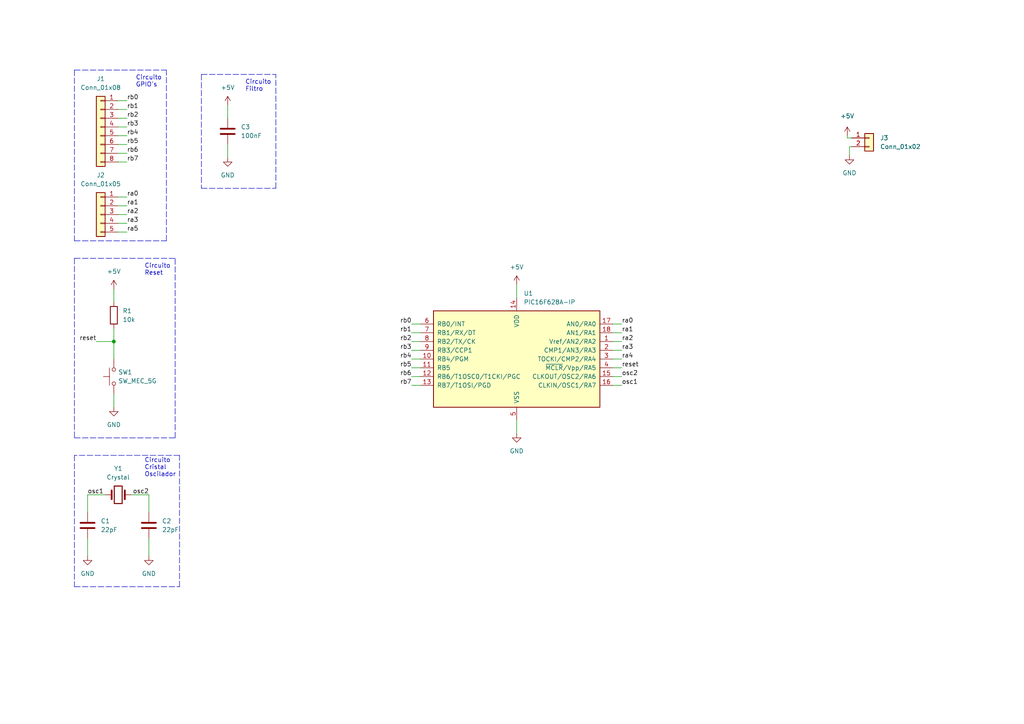
<source format=kicad_sch>
(kicad_sch (version 20211123) (generator eeschema)
  (paper "A4")
  (title_block (title "Dupla Face") (date "2022-04-12") (rev "0.0.1") (company "Brynden Corp.") (comment 1 "Eng. Tarcísio Souza de Melo"))
  (lib_symbols
    (symbol "Connector_Generic:Conn_01x02" (pin_names (offset 1.016) hide)
      (property "Reference" "J" (at 0 2.54 0))
      (property "Value" "Conn_01x02" (at 0 -5.08 0))
      (symbol "Conn_01x02_1_1"
        (rectangle (start -1.27 -2.413) (end 0 -2.667) (stroke (width 0.1524)))
        (rectangle (start -1.27 0.127) (end 0 -0.127) (stroke (width 0.1524)))
        (rectangle (start -1.27 1.27) (end 1.27 -3.81) (stroke (width 0.254)) (fill (type background)))
        (pin passive line (at -5.08 0 0) (length 3.81) (name "Pin_1") (number "1"))
        (pin passive line (at -5.08 -2.54 0) (length 3.81) (name "Pin_2") (number "2"))
      )
    )
    (symbol "Connector_Generic:Conn_01x05" (pin_names (offset 1.016) hide)
      (property "Reference" "J" (at 0 7.62 0))
      (property "Value" "Conn_01x05" (at 0 -7.62 0))
      (symbol "Conn_01x05_1_1"
        (rectangle (start -1.27 -4.953) (end 0 -5.207) (stroke (width 0.1524)))
        (rectangle (start -1.27 -2.413) (end 0 -2.667) (stroke (width 0.1524)))
        (rectangle (start -1.27 0.127) (end 0 -0.127) (stroke (width 0.1524)))
        (rectangle (start -1.27 2.667) (end 0 2.413) (stroke (width 0.1524)))
        (rectangle (start -1.27 5.207) (end 0 4.953) (stroke (width 0.1524)))
        (rectangle (start -1.27 6.35) (end 1.27 -6.35) (stroke (width 0.254)) (fill (type background)))
        (pin passive line (at -5.08 5.08 0) (length 3.81) (name "Pin_1") (number "1"))
        (pin passive line (at -5.08 2.54 0) (length 3.81) (name "Pin_2") (number "2"))
        (pin passive line (at -5.08 0 0) (length 3.81) (name "Pin_3") (number "3"))
        (pin passive line (at -5.08 -2.54 0) (length 3.81) (name "Pin_4") (number "4"))
        (pin passive line (at -5.08 -5.08 0) (length 3.81) (name "Pin_5") (number "5"))
      )
    )
    (symbol "Connector_Generic:Conn_01x08" (pin_names (offset 1.016) hide)
      (property "Reference" "J" (at 0 10.16 0))
      (property "Value" "Conn_01x08" (at 0 -12.7 0))
      (symbol "Conn_01x08_1_1"
        (rectangle (start -1.27 -10.033) (end 0 -10.287) (stroke (width 0.1524)))
        (rectangle (start -1.27 -7.493) (end 0 -7.747) (stroke (width 0.1524)))
        (rectangle (start -1.27 -4.953) (end 0 -5.207) (stroke (width 0.1524)))
        (rectangle (start -1.27 -2.413) (end 0 -2.667) (stroke (width 0.1524)))
        (rectangle (start -1.27 0.127) (end 0 -0.127) (stroke (width 0.1524)))
        (rectangle (start -1.27 2.667) (end 0 2.413) (stroke (width 0.1524)))
        (rectangle (start -1.27 5.207) (end 0 4.953) (stroke (width 0.1524)))
        (rectangle (start -1.27 7.747) (end 0 7.493) (stroke (width 0.1524)))
        (rectangle (start -1.27 8.89) (end 1.27 -11.43) (stroke (width 0.254)) (fill (type background)))
        (pin passive line (at -5.08 7.62 0) (length 3.81) (name "Pin_1") (number "1"))
        (pin passive line (at -5.08 5.08 0) (length 3.81) (name "Pin_2") (number "2"))
        (pin passive line (at -5.08 2.54 0) (length 3.81) (name "Pin_3") (number "3"))
        (pin passive line (at -5.08 0 0) (length 3.81) (name "Pin_4") (number "4"))
        (pin passive line (at -5.08 -2.54 0) (length 3.81) (name "Pin_5") (number "5"))
        (pin passive line (at -5.08 -5.08 0) (length 3.81) (name "Pin_6") (number "6"))
        (pin passive line (at -5.08 -7.62 0) (length 3.81) (name "Pin_7") (number "7"))
        (pin passive line (at -5.08 -10.16 0) (length 3.81) (name "Pin_8") (number "8"))
      )
    )
    (symbol "Device:C" (pin_numbers hide) (pin_names (offset 0.254))
      (property "Reference" "C" (at 0.635 2.54 0))
      (property "Value" "C" (at 0.635 -2.54 0))
      (symbol "C_0_1"
        (polyline (pts (xy -2.032 -0.762) (xy 2.032 -0.762)) (stroke (width 0.508)))
        (polyline (pts (xy -2.032 0.762) (xy 2.032 0.762)) (stroke (width 0.508)))
      )
      (symbol "C_1_1"
        (pin passive line (at 0 3.81 270) (length 2.794) (name "~") (number "1"))
        (pin passive line (at 0 -3.81 90) (length 2.794) (name "~") (number "2"))
      )
    )
    (symbol "Device:Crystal" (pin_numbers hide) (pin_names (offset 1.016) hide)
      (property "Reference" "Y" (at 0 3.81 0))
      (property "Value" "Crystal" (at 0 -3.81 0))
      (symbol "Crystal_0_1"
        (rectangle (start -1.143 2.54) (end 1.143 -2.54) (stroke (width 0.3048)))
        (polyline (pts (xy -2.54 0) (xy -1.905 0)))
        (polyline (pts (xy -1.905 -1.27) (xy -1.905 1.27)) (stroke (width 0.508)))
        (polyline (pts (xy 1.905 -1.27) (xy 1.905 1.27)) (stroke (width 0.508)))
        (polyline (pts (xy 2.54 0) (xy 1.905 0)))
      )
      (symbol "Crystal_1_1"
        (pin passive line (at -3.81 0 0) (length 1.27) (name "1") (number "1"))
        (pin passive line (at 3.81 0 180) (length 1.27) (name "2") (number "2"))
      )
    )
    (symbol "Device:R" (pin_numbers hide) (pin_names (offset 0))
      (property "Reference" "R" (at 2.032 0 90))
      (property "Value" "R" (at 0 0 90))
      (symbol "R_0_1"
        (rectangle (start -1.016 -2.54) (end 1.016 2.54) (stroke (width 0.254)))
      )
      (symbol "R_1_1"
        (pin passive line (at 0 3.81 270) (length 1.27) (name "~") (number "1"))
        (pin passive line (at 0 -3.81 90) (length 1.27) (name "~") (number "2"))
      )
    )
    (symbol "MCU_Microchip_PIC16:PIC16F628A-IP" (pin_names (offset 1.016))
      (property "Reference" "U" (at -24.13 17.78 0))
      (property "Value" "PIC16F628A-IP" (at -24.13 15.24 0))
      (symbol "PIC16F628A-IP_0_1"
        (rectangle (start 24.13 13.97) (end -24.13 -13.97) (stroke (width 0.254)) (fill (type background)))
      )
      (symbol "PIC16F628A-IP_1_1"
        (pin bidirectional line (at 27.94 5.08 180) (length 3.81) (name "Vref/AN2/RA2") (number "1"))
        (pin bidirectional line (at -27.94 0 0) (length 3.81) (name "RB4/PGM") (number "10"))
        (pin bidirectional line (at -27.94 -2.54 0) (length 3.81) (name "RB5") (number "11"))
        (pin bidirectional line (at -27.94 -5.08 0) (length 3.81) (name "RB6/T1OSC0/T1CKI/PGC") (number "12"))
        (pin bidirectional line (at -27.94 -7.62 0) (length 3.81) (name "RB7/T1OSI/PGD") (number "13"))
        (pin power_in line (at 0 17.78 270) (length 3.81) (name "VDD") (number "14"))
        (pin bidirectional line (at 27.94 -5.08 180) (length 3.81) (name "CLKOUT/OSC2/RA6") (number "15"))
        (pin bidirectional line (at 27.94 -7.62 180) (length 3.81) (name "CLKIN/OSC1/RA7") (number "16"))
        (pin bidirectional line (at 27.94 10.16 180) (length 3.81) (name "AN0/RA0") (number "17"))
        (pin bidirectional line (at 27.94 7.62 180) (length 3.81) (name "AN1/RA1") (number "18"))
        (pin bidirectional line (at 27.94 2.54 180) (length 3.81) (name "CMP1/AN3/RA3") (number "2"))
        (pin bidirectional line (at 27.94 0 180) (length 3.81) (name "TOCKI/CMP2/RA4") (number "3"))
        (pin input line (at 27.94 -2.54 180) (length 3.81) (name "~{MCLR}/Vpp/RA5") (number "4"))
        (pin power_in line (at 0 -17.78 90) (length 3.81) (name "VSS") (number "5"))
        (pin bidirectional line (at -27.94 10.16 0) (length 3.81) (name "RB0/INT") (number "6"))
        (pin bidirectional line (at -27.94 7.62 0) (length 3.81) (name "RB1/RX/DT") (number "7"))
        (pin bidirectional line (at -27.94 5.08 0) (length 3.81) (name "RB2/TX/CK") (number "8"))
        (pin bidirectional line (at -27.94 2.54 0) (length 3.81) (name "RB3/CCP1") (number "9"))
      )
    )
    (symbol "Switch:SW_MEC_5G" (pin_numbers hide) (pin_names (offset 1.016) hide)
      (property "Reference" "SW" (at 1.27 2.54 0))
      (property "Value" "SW_MEC_5G" (at 0 -1.524 0))
      (symbol "SW_MEC_5G_0_1"
        (circle (center -2.032 0) (radius 0.508))
        (polyline (pts (xy 0 1.27) (xy 0 3.048)))
        (polyline (pts (xy 2.54 1.27) (xy -2.54 1.27)))
        (circle (center 2.032 0) (radius 0.508))
        (pin passive line (at -5.08 0 0) (length 2.54) (name "A") (number "1"))
        (pin passive line (at 5.08 0 180) (length 2.54) (name "B") (number "3"))
      )
      (symbol "SW_MEC_5G_1_1"
        (pin passive line (at -5.08 0 0) (length 2.54) hide (name "A") (number "2"))
        (pin passive line (at 5.08 0 180) (length 2.54) hide (name "B") (number "4"))
      )
    )
    (symbol "power:+5V" (power) (pin_names (offset 0))
      (property "Value" "+5V" (at 0 3.556 0))
      (symbol "+5V_0_1"
        (polyline (pts (xy -0.762 1.27) (xy 0 2.54)))
        (polyline (pts (xy 0 0) (xy 0 2.54)))
        (polyline (pts (xy 0 2.54) (xy 0.762 1.27)))
      )
      (symbol "+5V_1_1"
        (pin power_in line (at 0 0 90) (length 0) hide (name "+5V") (number "1"))
      )
    )
    (symbol "power:GND" (power) (pin_names (offset 0))
      (property "Value" "GND" (at 0 -3.81 0))
      (symbol "GND_0_1"
        (polyline (pts (xy 0 0) (xy 0 -1.27) (xy 1.27 -1.27) (xy 0 -2.54) (xy -1.27 -1.27) (xy 0 -1.27)))
      )
      (symbol "GND_1_1"
        (pin power_in line (at 0 0 270) (length 0) hide (name "GND") (number "1"))
      )
    )
  )
  (junction (at 33.02 99.06))
  (polyline (pts (xy 58.42 21.59) (xy 80.01 21.59)))
  (wire (pts (xy 247.015 42.545) (xy 246.38 42.545)))
  (polyline (pts (xy 58.42 54.61) (xy 80.01 54.61)))
  (wire (pts (xy 34.29 29.21) (xy 36.83 29.21)))
  (wire (pts (xy 119.38 104.14) (xy 121.92 104.14)))
  (polyline (pts (xy 21.59 74.93) (xy 21.59 127)))
  (wire (pts (xy 66.04 30.48) (xy 66.04 34.29)))
  (wire (pts (xy 177.8 106.68) (xy 180.34 106.68)))
  (polyline (pts (xy 21.59 170.18) (xy 52.07 170.18)))
  (wire (pts (xy 43.18 143.51) (xy 43.18 148.59)))
  (polyline (pts (xy 52.07 170.18) (xy 52.07 132.08)))
  (wire (pts (xy 33.02 83.82) (xy 33.02 87.63)))
  (wire (pts (xy 177.8 96.52) (xy 180.34 96.52)))
  (polyline (pts (xy 21.59 20.32) (xy 48.26 20.32)))
  (wire (pts (xy 119.38 106.68) (xy 121.92 106.68)))
  (wire (pts (xy 247.015 40.005) (xy 245.745 40.005)))
  (wire (pts (xy 119.38 109.22) (xy 121.92 109.22)))
  (wire (pts (xy 34.29 34.29) (xy 36.83 34.29)))
  (polyline (pts (xy 80.01 54.61) (xy 80.01 21.59)))
  (wire (pts (xy 34.29 44.45) (xy 36.83 44.45)))
  (wire (pts (xy 119.38 96.52) (xy 121.92 96.52)))
  (wire (pts (xy 34.29 39.37) (xy 36.83 39.37)))
  (polyline (pts (xy 21.59 74.93) (xy 50.8 74.93)))
  (wire (pts (xy 34.29 64.77) (xy 36.83 64.77)))
  (wire (pts (xy 246.38 42.545) (xy 246.38 45.085)))
  (wire (pts (xy 33.02 95.25) (xy 33.02 99.06)))
  (polyline (pts (xy 52.07 132.08) (xy 21.59 132.08)))
  (wire (pts (xy 177.8 101.6) (xy 180.34 101.6)))
  (polyline (pts (xy 48.26 69.85) (xy 48.26 20.32)))
  (wire (pts (xy 245.745 40.005) (xy 245.745 39.37)))
  (wire (pts (xy 149.86 82.55) (xy 149.86 86.36)))
  (wire (pts (xy 34.29 57.15) (xy 36.83 57.15)))
  (wire (pts (xy 177.8 109.22) (xy 180.34 109.22)))
  (polyline (pts (xy 21.59 132.08) (xy 21.59 170.18)))
  (wire (pts (xy 177.8 104.14) (xy 180.34 104.14)))
  (wire (pts (xy 177.8 99.06) (xy 180.34 99.06)))
  (wire (pts (xy 33.02 114.3) (xy 33.02 118.11)))
  (polyline (pts (xy 58.42 21.59) (xy 58.42 54.61)))
  (wire (pts (xy 34.29 41.91) (xy 36.83 41.91)))
  (wire (pts (xy 119.38 101.6) (xy 121.92 101.6)))
  (wire (pts (xy 25.4 143.51) (xy 25.4 148.59)))
  (wire (pts (xy 25.4 156.21) (xy 25.4 161.29)))
  (wire (pts (xy 34.29 67.31) (xy 36.83 67.31)))
  (wire (pts (xy 33.02 99.06) (xy 33.02 104.14)))
  (wire (pts (xy 38.1 143.51) (xy 43.18 143.51)))
  (wire (pts (xy 66.04 41.91) (xy 66.04 45.72)))
  (wire (pts (xy 119.38 111.76) (xy 121.92 111.76)))
  (wire (pts (xy 34.29 62.23) (xy 36.83 62.23)))
  (wire (pts (xy 34.29 36.83) (xy 36.83 36.83)))
  (wire (pts (xy 30.48 143.51) (xy 25.4 143.51)))
  (wire (pts (xy 119.38 93.98) (xy 121.92 93.98)))
  (wire (pts (xy 149.86 121.92) (xy 149.86 125.73)))
  (wire (pts (xy 34.29 59.69) (xy 36.83 59.69)))
  (wire (pts (xy 43.18 156.21) (xy 43.18 161.29)))
  (polyline (pts (xy 21.59 20.32) (xy 21.59 69.85)))
  (wire (pts (xy 119.38 99.06) (xy 121.92 99.06)))
  (wire (pts (xy 34.29 31.75) (xy 36.83 31.75)))
  (polyline (pts (xy 21.59 127) (xy 50.8 127)))
  (wire (pts (xy 34.29 46.99) (xy 36.83 46.99)))
  (wire (pts (xy 177.8 111.76) (xy 180.34 111.76)))
  (wire (pts (xy 177.8 93.98) (xy 180.34 93.98)))
  (wire (pts (xy 27.94 99.06) (xy 33.02 99.06)))
  (polyline (pts (xy 21.59 69.85) (xy 48.26 69.85)))
  (polyline (pts (xy 50.8 127) (xy 50.8 74.93)))
  (text "Circuito\nCristal \nOscilador\n" (at 41.91 138.43 0) (effects (font (size 1.27 1.27)) (justify left bottom)))
  (text "Circuito\nFiltro" (at 71.12 26.67 0) (effects (font (size 1.27 1.27)) (justify left bottom)))
  (text "Circuito\nReset" (at 41.91 80.01 0) (effects (font (size 1.27 1.27)) (justify left bottom)))
  (text "Circuito\nGPIO's" (at 39.37 25.4 0) (effects (font (size 1.27 1.27)) (justify left bottom)))
  (label "osc2" (at 180.34 109.22 0))
  (label "rb1" (at 36.83 31.75 0))
  (label "rb3" (at 119.38 101.6 180))
  (label "ra3" (at 180.34 101.6 0))
  (label "ra4" (at 180.34 104.14 0))
  (label "rb7" (at 119.38 111.76 180))
  (label "ra2" (at 36.83 62.23 0))
  (label "rb2" (at 36.83 34.29 0))
  (label "rb4" (at 119.38 104.14 180))
  (label "rb7" (at 36.83 46.99 0))
  (label "ra1" (at 180.34 96.52 0))
  (label "ra0" (at 180.34 93.98 0))
  (label "rb3" (at 36.83 36.83 0))
  (label "osc1" (at 25.4 143.51 0))
  (label "rb1" (at 119.38 96.52 180))
  (label "ra2" (at 180.34 99.06 0))
  (label "ra3" (at 36.83 64.77 0))
  (label "ra1" (at 36.83 59.69 0))
  (label "rb5" (at 119.38 106.68 180))
  (label "reset" (at 27.94 99.06 180))
  (label "osc1" (at 180.34 111.76 0))
  (label "rb6" (at 36.83 44.45 0))
  (label "rb4" (at 36.83 39.37 0))
  (label "osc2" (at 43.18 143.51 180))
  (label "rb6" (at 119.38 109.22 180))
  (label "rb0" (at 36.83 29.21 0))
  (label "rb5" (at 36.83 41.91 0))
  (label "rb2" (at 119.38 99.06 180))
  (label "ra5" (at 36.83 67.31 0))
  (label "reset" (at 180.34 106.68 0))
  (label "ra0" (at 36.83 57.15 0))
  (label "rb0" (at 119.38 93.98 180))
  (symbol (lib_id "power:GND") (at 25.4 161.29 0) (unit 1)
    (property "Reference" "#PWR01" (effects hide))
    (property "Value" "GND" (at 25.4 166.37 0))
  )
  (symbol (lib_id "Connector_Generic:Conn_01x05") (at 29.21 62.23 0) (mirror y) (unit 1)
    (property "Reference" "J2" (at 29.21 50.8 0))
    (property "Value" "Conn_01x05" (at 29.21 53.34 0))
    (property "Footprint" "Connector_PinHeader_2.00mm:PinHeader_1x05_P2.00mm_Vertical" (effects hide))
  )
  (symbol (lib_id "power:+5V") (at 33.02 83.82 0) (unit 1)
    (property "Reference" "#PWR02" (effects hide))
    (property "Value" "+5V" (at 33.02 78.74 0))
  )
  (symbol (lib_id "Device:Crystal") (at 34.29 143.51 0) (unit 1)
    (property "Reference" "Y1" (at 34.29 135.89 0))
    (property "Value" "Crystal" (at 34.29 138.43 0))
    (property "Footprint" "Crystal:Crystal_HC18-U_Horizontal" (effects hide))
  )
  (symbol (lib_id "Device:R") (at 33.02 91.44 0) (unit 1)
    (property "Reference" "R1" (at 35.56 90.1699 0) (effects (justify left)))
    (property "Value" "10k" (at 35.56 92.7099 0) (effects (justify left)))
    (property "Footprint" "Resistor_THT:R_Axial_DIN0204_L3.6mm_D1.6mm_P5.08mm_Horizontal" (effects hide))
  )
  (symbol (lib_id "Device:C") (at 66.04 38.1 0) (unit 1)
    (property "Reference" "C3" (at 69.85 36.8299 0) (effects (justify left)))
    (property "Value" "100nF" (at 69.85 39.3699 0) (effects (justify left)))
    (property "Footprint" "Capacitor_THT:C_Disc_D4.3mm_W1.9mm_P5.00mm" (effects hide))
  )
  (symbol (lib_id "Connector_Generic:Conn_01x08") (at 29.21 36.83 0) (mirror y) (unit 1)
    (property "Reference" "J1" (at 29.21 22.86 0))
    (property "Value" "Conn_01x08" (at 29.21 25.4 0))
    (property "Footprint" "Connector_PinHeader_2.00mm:PinHeader_1x08_P2.00mm_Vertical" (effects hide))
  )
  (symbol (lib_id "power:GND") (at 246.38 45.085 0) (unit 1)
    (property "Reference" "#PWR010" (effects hide))
    (property "Value" "GND" (at 246.38 50.165 0))
  )
  (symbol (lib_id "power:+5V") (at 245.745 39.37 0) (unit 1)
    (property "Reference" "#PWR09" (effects hide))
    (property "Value" "+5V" (at 245.745 33.655 0))
  )
  (symbol (lib_id "power:+5V") (at 66.04 30.48 0) (unit 1)
    (property "Reference" "#PWR05" (effects hide))
    (property "Value" "+5V" (at 66.04 25.4 0))
  )
  (symbol (lib_id "Connector_Generic:Conn_01x02") (at 252.095 40.005 0) (unit 1)
    (property "Reference" "J3" (at 255.27 40.0049 0) (effects (justify left)))
    (property "Value" "Conn_01x02" (at 255.27 42.5449 0) (effects (justify left)))
    (property "Footprint" "Connector_PinHeader_2.00mm:PinHeader_1x02_P2.00mm_Horizontal" (effects hide))
  )
  (symbol (lib_id "Device:C") (at 43.18 152.4 0) (unit 1)
    (property "Reference" "C2" (at 46.99 151.1299 0) (effects (justify left)))
    (property "Value" "22pF" (at 46.99 153.6699 0) (effects (justify left)))
    (property "Footprint" "Capacitor_THT:C_Disc_D4.3mm_W1.9mm_P5.00mm" (effects hide))
  )
  (symbol (lib_id "Switch:SW_MEC_5G") (at 33.02 109.22 90) (unit 1)
    (property "Reference" "SW1" (at 34.29 107.9499 90) (effects (justify right)))
    (property "Value" "SW_MEC_5G" (at 34.29 110.4899 90) (effects (justify right)))
    (property "Footprint" "Button_Switch_THT:SW_PUSH_6mm_H4.3mm" (effects hide))
    (property "Datasheet" "http://www.apem.com/int/index.php?controller=attachment&id_attachment=488" (effects hide))
  )
  (symbol (lib_id "power:GND") (at 33.02 118.11 0) (unit 1)
    (property "Reference" "#PWR03" (effects hide))
    (property "Value" "GND" (at 33.02 123.19 0))
  )
  (symbol (lib_id "power:GND") (at 43.18 161.29 0) (unit 1)
    (property "Reference" "#PWR04" (effects hide))
    (property "Value" "GND" (at 43.18 166.37 0))
  )
  (symbol (lib_id "Device:C") (at 25.4 152.4 180) (unit 1)
    (property "Reference" "C1" (at 29.21 151.1299 0) (effects (justify right)))
    (property "Value" "22pF" (at 29.21 153.6699 0) (effects (justify right)))
    (property "Footprint" "Capacitor_THT:C_Disc_D4.3mm_W1.9mm_P5.00mm" (effects hide))
  )
  (symbol (lib_id "MCU_Microchip_PIC16:PIC16F628A-IP") (at 149.86 104.14 0) (unit 1)
    (property "Reference" "U1" (at 151.8794 85.09 0) (effects (justify left)))
    (property "Value" "PIC16F628A-IP" (at 151.8794 87.63 0) (effects (justify left)))
    (property "Footprint" "Package_DIP:DIP-18_W7.62mm_LongPads" (effects hide))
    (property "Datasheet" "http://ww1.microchip.com/downloads/en/DeviceDoc/40300c.pdf" (effects hide))
  )
  (symbol (lib_id "power:GND") (at 66.04 45.72 0) (unit 1)
    (property "Reference" "#PWR06" (effects hide))
    (property "Value" "GND" (at 66.04 50.8 0))
  )
  (symbol (lib_id "power:+5V") (at 149.86 82.55 0) (unit 1)
    (property "Reference" "#PWR07" (effects hide))
    (property "Value" "+5V" (at 149.86 77.47 0))
  )
  (symbol (lib_id "power:GND") (at 149.86 125.73 0) (unit 1)
    (property "Reference" "#PWR08" (effects hide))
    (property "Value" "GND" (at 149.86 130.81 0))
  )
)
</source>
